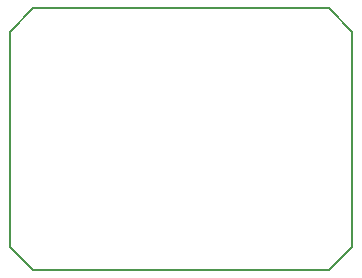
<source format=gko>
%FSTAX26Y26*%
%MOIN*%
%SFA1B1*%

%IPPOS*%
%ADD24C,0.007870*%
%LNunisolder52_oled-1*%
%LPD*%
G54D24*
X-0057087Y-0038189D02*
Y0033465D01*
X-0049213Y0041339*
X0049213*
X0057087Y0033465*
Y-0038189D02*
Y0033465D01*
X0049213Y-0046063D02*
X0057087Y-0038189D01*
X-0049213Y-0046063D02*
X0049213D01*
X-0057087Y-0038189D02*
X-0049213Y-0046063D01*
M02*
</source>
